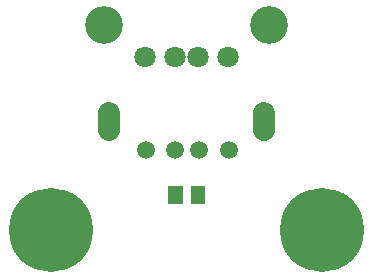
<source format=gbs>
G04 Layer: BottomSolderMaskLayer*
G04 EasyEDA v6.5.1, 2022-06-13 06:58:02*
G04 a67cddfb3fce44daa9051d46cbbcc19f,10*
G04 Gerber Generator version 0.2*
G04 Scale: 100 percent, Rotated: No, Reflected: No *
G04 Dimensions in millimeters *
G04 leading zeros omitted , absolute positions ,4 integer and 5 decimal *
%FSLAX45Y45*%
%MOMM*%

%ADD20C,1.9016*%
%ADD21C,1.5016*%
%ADD22C,3.2016*%
%ADD23C,1.8016*%
%ADD24C,7.1016*%

%LPD*%
D20*
X2657099Y1350004D02*
G01*
X2657099Y1490004D01*
X1342903Y1350004D02*
G01*
X1342903Y1490004D01*
G36*
X1841754Y726186D02*
G01*
X1841754Y874013D01*
X1965197Y874013D01*
X1965197Y726186D01*
G37*
G36*
X2034793Y726186D02*
G01*
X2034793Y874013D01*
X2158238Y874013D01*
X2158238Y726186D01*
G37*
D21*
G01*
X2355093Y1180000D03*
G01*
X1655323Y1180000D03*
G01*
X2105157Y1180000D03*
G01*
X1905259Y1180000D03*
D22*
G01*
X1299956Y2235555D03*
G01*
X2699953Y2235555D03*
D23*
G01*
X2349967Y1964537D03*
G01*
X2099955Y1964537D03*
G01*
X1899955Y1964537D03*
G01*
X1649968Y1964537D03*
D24*
G01*
X850000Y499998D03*
G01*
X3149998Y499998D03*
M02*

</source>
